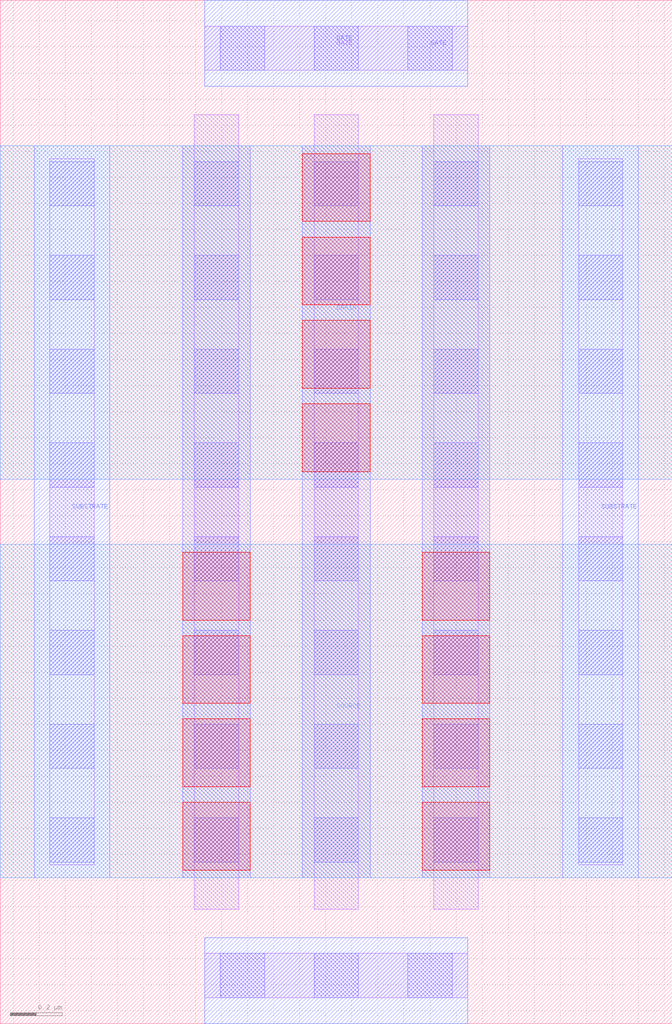
<source format=lef>
# Copyright 2020 The SkyWater PDK Authors
#
# Licensed under the Apache License, Version 2.0 (the "License");
# you may not use this file except in compliance with the License.
# You may obtain a copy of the License at
#
#     https://www.apache.org/licenses/LICENSE-2.0
#
# Unless required by applicable law or agreed to in writing, software
# distributed under the License is distributed on an "AS IS" BASIS,
# WITHOUT WARRANTIES OR CONDITIONS OF ANY KIND, either express or implied.
# See the License for the specific language governing permissions and
# limitations under the License.
#
# SPDX-License-Identifier: Apache-2.0

VERSION 5.7 ;
  NOWIREEXTENSIONATPIN ON ;
  DIVIDERCHAR "/" ;
  BUSBITCHARS "[]" ;
MACRO sky130_fd_pr__rf_nfet_01v8_aM02W3p00L0p18
  CLASS BLOCK ;
  FOREIGN sky130_fd_pr__rf_nfet_01v8_aM02W3p00L0p18 ;
  ORIGIN -0.050000 -0.050000 ;
  SIZE  2.580000 BY  3.930000 ;
  PIN DRAIN
    ANTENNADIFFAREA  0.842800 ;
    PORT
      LAYER met2 ;
        RECT 0.050000 2.140000 2.630000 3.420000 ;
    END
  END DRAIN
  PIN GATE
    ANTENNAGATEAREA  1.083600 ;
    PORT
      LAYER li1 ;
        RECT 0.835000 0.150000 1.845000 0.320000 ;
        RECT 0.835000 3.710000 1.845000 3.880000 ;
      LAYER mcon ;
        RECT 0.895000 0.150000 1.065000 0.320000 ;
        RECT 0.895000 3.710000 1.065000 3.880000 ;
        RECT 1.255000 0.150000 1.425000 0.320000 ;
        RECT 1.255000 3.710000 1.425000 3.880000 ;
        RECT 1.615000 0.150000 1.785000 0.320000 ;
        RECT 1.615000 3.710000 1.785000 3.880000 ;
    END
    PORT
      LAYER met1 ;
        RECT 0.835000 0.050000 1.845000 0.380000 ;
        RECT 0.835000 3.650000 1.845000 3.980000 ;
    END
  END GATE
  PIN SOURCE
    ANTENNADIFFAREA  1.685600 ;
    PORT
      LAYER met2 ;
        RECT 0.050000 0.610000 2.630000 1.890000 ;
    END
  END SOURCE
  PIN SUBSTRATE
    ANTENNADIFFAREA  0.872900 ;
    PORT
      LAYER met1 ;
        RECT 0.180000 0.610000 0.470000 3.420000 ;
    END
    PORT
      LAYER met1 ;
        RECT 2.210000 0.610000 2.500000 3.420000 ;
    END
  END SUBSTRATE
  OBS
    LAYER li1 ;
      RECT 0.240000 0.660000 0.410000 3.370000 ;
      RECT 0.795000 0.490000 0.965000 3.540000 ;
      RECT 1.255000 0.490000 1.425000 3.540000 ;
      RECT 1.715000 0.490000 1.885000 3.540000 ;
      RECT 2.270000 0.660000 2.440000 3.370000 ;
    LAYER mcon ;
      RECT 0.240000 0.670000 0.410000 0.840000 ;
      RECT 0.240000 1.030000 0.410000 1.200000 ;
      RECT 0.240000 1.390000 0.410000 1.560000 ;
      RECT 0.240000 1.750000 0.410000 1.920000 ;
      RECT 0.240000 2.110000 0.410000 2.280000 ;
      RECT 0.240000 2.470000 0.410000 2.640000 ;
      RECT 0.240000 2.830000 0.410000 3.000000 ;
      RECT 0.240000 3.190000 0.410000 3.360000 ;
      RECT 0.795000 0.670000 0.965000 0.840000 ;
      RECT 0.795000 1.030000 0.965000 1.200000 ;
      RECT 0.795000 1.390000 0.965000 1.560000 ;
      RECT 0.795000 1.750000 0.965000 1.920000 ;
      RECT 0.795000 2.110000 0.965000 2.280000 ;
      RECT 0.795000 2.470000 0.965000 2.640000 ;
      RECT 0.795000 2.830000 0.965000 3.000000 ;
      RECT 0.795000 3.190000 0.965000 3.360000 ;
      RECT 1.255000 0.670000 1.425000 0.840000 ;
      RECT 1.255000 1.030000 1.425000 1.200000 ;
      RECT 1.255000 1.390000 1.425000 1.560000 ;
      RECT 1.255000 1.750000 1.425000 1.920000 ;
      RECT 1.255000 2.110000 1.425000 2.280000 ;
      RECT 1.255000 2.470000 1.425000 2.640000 ;
      RECT 1.255000 2.830000 1.425000 3.000000 ;
      RECT 1.255000 3.190000 1.425000 3.360000 ;
      RECT 1.715000 0.670000 1.885000 0.840000 ;
      RECT 1.715000 1.030000 1.885000 1.200000 ;
      RECT 1.715000 1.390000 1.885000 1.560000 ;
      RECT 1.715000 1.750000 1.885000 1.920000 ;
      RECT 1.715000 2.110000 1.885000 2.280000 ;
      RECT 1.715000 2.470000 1.885000 2.640000 ;
      RECT 1.715000 2.830000 1.885000 3.000000 ;
      RECT 1.715000 3.190000 1.885000 3.360000 ;
      RECT 2.270000 0.670000 2.440000 0.840000 ;
      RECT 2.270000 1.030000 2.440000 1.200000 ;
      RECT 2.270000 1.390000 2.440000 1.560000 ;
      RECT 2.270000 1.750000 2.440000 1.920000 ;
      RECT 2.270000 2.110000 2.440000 2.280000 ;
      RECT 2.270000 2.470000 2.440000 2.640000 ;
      RECT 2.270000 2.830000 2.440000 3.000000 ;
      RECT 2.270000 3.190000 2.440000 3.360000 ;
    LAYER met1 ;
      RECT 0.750000 0.610000 1.010000 3.420000 ;
      RECT 1.210000 0.610000 1.470000 3.420000 ;
      RECT 1.670000 0.610000 1.930000 3.420000 ;
    LAYER via ;
      RECT 0.750000 0.640000 1.010000 0.900000 ;
      RECT 0.750000 0.960000 1.010000 1.220000 ;
      RECT 0.750000 1.280000 1.010000 1.540000 ;
      RECT 0.750000 1.600000 1.010000 1.860000 ;
      RECT 1.210000 2.170000 1.470000 2.430000 ;
      RECT 1.210000 2.490000 1.470000 2.750000 ;
      RECT 1.210000 2.810000 1.470000 3.070000 ;
      RECT 1.210000 3.130000 1.470000 3.390000 ;
      RECT 1.670000 0.640000 1.930000 0.900000 ;
      RECT 1.670000 0.960000 1.930000 1.220000 ;
      RECT 1.670000 1.280000 1.930000 1.540000 ;
      RECT 1.670000 1.600000 1.930000 1.860000 ;
  END
END sky130_fd_pr__rf_nfet_01v8_aM02W3p00L0p18
END LIBRARY

</source>
